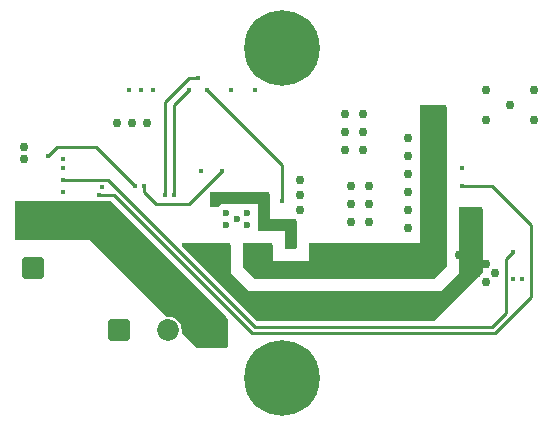
<source format=gbr>
%TF.GenerationSoftware,KiCad,Pcbnew,(7.0.0-0)*%
%TF.CreationDate,2023-08-11T18:05:37-07:00*%
%TF.ProjectId,Headlights_Driver,48656164-6c69-4676-9874-735f44726976,rev?*%
%TF.SameCoordinates,Original*%
%TF.FileFunction,Copper,L3,Inr*%
%TF.FilePolarity,Positive*%
%FSLAX46Y46*%
G04 Gerber Fmt 4.6, Leading zero omitted, Abs format (unit mm)*
G04 Created by KiCad (PCBNEW (7.0.0-0)) date 2023-08-11 18:05:37*
%MOMM*%
%LPD*%
G01*
G04 APERTURE LIST*
G04 Aperture macros list*
%AMRoundRect*
0 Rectangle with rounded corners*
0 $1 Rounding radius*
0 $2 $3 $4 $5 $6 $7 $8 $9 X,Y pos of 4 corners*
0 Add a 4 corners polygon primitive as box body*
4,1,4,$2,$3,$4,$5,$6,$7,$8,$9,$2,$3,0*
0 Add four circle primitives for the rounded corners*
1,1,$1+$1,$2,$3*
1,1,$1+$1,$4,$5*
1,1,$1+$1,$6,$7*
1,1,$1+$1,$8,$9*
0 Add four rect primitives between the rounded corners*
20,1,$1+$1,$2,$3,$4,$5,0*
20,1,$1+$1,$4,$5,$6,$7,0*
20,1,$1+$1,$6,$7,$8,$9,0*
20,1,$1+$1,$8,$9,$2,$3,0*%
G04 Aperture macros list end*
%TA.AperFunction,ComponentPad*%
%ADD10C,0.600000*%
%TD*%
%TA.AperFunction,ComponentPad*%
%ADD11C,0.800000*%
%TD*%
%TA.AperFunction,ComponentPad*%
%ADD12C,6.400000*%
%TD*%
%TA.AperFunction,ComponentPad*%
%ADD13RoundRect,0.250000X-0.675000X-0.675000X0.675000X-0.675000X0.675000X0.675000X-0.675000X0.675000X0*%
%TD*%
%TA.AperFunction,ComponentPad*%
%ADD14C,1.850000*%
%TD*%
%TA.AperFunction,ComponentPad*%
%ADD15RoundRect,0.250000X0.675000X-0.675000X0.675000X0.675000X-0.675000X0.675000X-0.675000X-0.675000X0*%
%TD*%
%TA.AperFunction,ViaPad*%
%ADD16C,0.450000*%
%TD*%
%TA.AperFunction,ViaPad*%
%ADD17C,0.762000*%
%TD*%
%TA.AperFunction,Conductor*%
%ADD18C,0.254000*%
%TD*%
G04 APERTURE END LIST*
D10*
%TO.N,GND*%
%TO.C,U3*%
X141380000Y-78458000D03*
X143100000Y-78458000D03*
X142240000Y-77978000D03*
X141380000Y-77498000D03*
X143100000Y-77498000D03*
%TD*%
D11*
%TO.N,GND*%
%TO.C,H2*%
X143650000Y-91440000D03*
X144352944Y-89742944D03*
X144352944Y-93137056D03*
X146050000Y-89040000D03*
D12*
X146050000Y-91440000D03*
D11*
X146050000Y-93840000D03*
X147747056Y-89742944D03*
X147747056Y-93137056D03*
X148450000Y-91440000D03*
%TD*%
%TO.N,GND*%
%TO.C,H1*%
X143650000Y-63500000D03*
X144352944Y-61802944D03*
X144352944Y-65197056D03*
X146050000Y-61100000D03*
D12*
X146050000Y-63500000D03*
D11*
X146050000Y-65900000D03*
X147747056Y-61802944D03*
X147747056Y-65197056D03*
X148450000Y-63500000D03*
%TD*%
D13*
%TO.N,GND*%
%TO.C,J7*%
X132266000Y-87376000D03*
D14*
%TO.N,Vdrive*%
X136466000Y-87376000D03*
%TD*%
D15*
%TO.N,GND*%
%TO.C,J4*%
X124968000Y-82110000D03*
D14*
%TO.N,VDD*%
X124968000Y-77910000D03*
%TD*%
D16*
%TO.N,GND*%
X165608000Y-83058000D03*
D17*
X162560000Y-81026000D03*
D16*
X130810000Y-75227500D03*
D17*
X134620000Y-69850000D03*
X161798000Y-80264000D03*
X124206000Y-72898000D03*
D16*
X133096000Y-67056000D03*
X135128000Y-67056000D03*
X143764000Y-67056000D03*
D17*
X147574000Y-77216000D03*
D16*
X134112000Y-67056000D03*
D17*
X124206000Y-71882000D03*
X161036000Y-81026000D03*
X162560000Y-82550000D03*
D16*
X127508000Y-72898000D03*
D17*
X161798000Y-81788000D03*
D16*
X166370000Y-83058000D03*
X141732000Y-67056000D03*
D17*
X147574000Y-75946000D03*
X163322000Y-81788000D03*
D16*
X127508000Y-73660000D03*
D17*
X133350000Y-69850000D03*
X147574000Y-74676000D03*
D16*
X139192000Y-73914000D03*
X161290000Y-73660000D03*
X127508000Y-75692000D03*
D17*
X164084000Y-82550000D03*
X163322000Y-83312000D03*
X132080000Y-69850000D03*
%TO.N,VDD*%
X140970000Y-88392000D03*
X139192000Y-88392000D03*
X140970000Y-86868000D03*
D16*
%TO.N,/SWDIO*%
X138938000Y-66040000D03*
X136144000Y-75946000D03*
%TO.N,/SWCLK*%
X136906000Y-75946000D03*
X138176000Y-67056000D03*
%TO.N,/DRVR_EN*%
X146050000Y-76454000D03*
X139700000Y-67056000D03*
D17*
%TO.N,Net-(Q2-D)*%
X156718000Y-74168000D03*
X153416000Y-78232000D03*
X151892000Y-76708000D03*
X151892000Y-75184000D03*
X156718000Y-72644000D03*
X153416000Y-75184000D03*
X156718000Y-77216000D03*
X156718000Y-71120000D03*
X156718000Y-75692000D03*
X156718000Y-78740000D03*
X153416000Y-76708000D03*
X151892000Y-78232000D03*
D16*
%TO.N,/STATUS*%
X126238000Y-72644000D03*
X133604000Y-75184000D03*
D17*
%TO.N,/LED-*%
X163322000Y-67056000D03*
X167386000Y-67056000D03*
X165354000Y-68326000D03*
X163322000Y-69596000D03*
X167386000Y-69596000D03*
%TO.N,VS*%
X152908000Y-70612000D03*
X152908000Y-69088000D03*
X151384000Y-70612000D03*
X151384000Y-69088000D03*
X151384000Y-72136000D03*
X152908000Y-72136000D03*
%TO.N,Net-(D1-K)*%
X159004000Y-68834000D03*
X143764000Y-80772000D03*
D16*
%TO.N,/LOW*%
X140970000Y-73914000D03*
X134384646Y-75184000D03*
D17*
%TO.N,Net-(D2-K)*%
X140462000Y-76454000D03*
X146812000Y-80010000D03*
D16*
%TO.N,Net-(R3-Pad2)*%
X165608000Y-80772000D03*
X127508000Y-74676000D03*
%TO.N,Net-(R15-Pad1)*%
X130556000Y-75946000D03*
X161290000Y-75184000D03*
%TD*%
D18*
%TO.N,/SWDIO*%
X138176000Y-66040000D02*
X136144000Y-68072000D01*
X136144000Y-68072000D02*
X136144000Y-75946000D01*
X138938000Y-66040000D02*
X138176000Y-66040000D01*
%TO.N,/SWCLK*%
X136906000Y-68326000D02*
X136906000Y-75946000D01*
X138176000Y-67056000D02*
X136906000Y-68326000D01*
%TO.N,/DRVR_EN*%
X139700000Y-67056000D02*
X146050000Y-73406000D01*
X146050000Y-73406000D02*
X146050000Y-76454000D01*
%TO.N,/STATUS*%
X133604000Y-75184000D02*
X130302000Y-71882000D01*
X127000000Y-71882000D02*
X126238000Y-72644000D01*
X130302000Y-71882000D02*
X127000000Y-71882000D01*
%TO.N,/LOW*%
X134384646Y-75710646D02*
X135382000Y-76708000D01*
X138176000Y-76708000D02*
X140970000Y-73914000D01*
X134384646Y-75184000D02*
X134384646Y-75710646D01*
X135382000Y-76708000D02*
X138176000Y-76708000D01*
%TO.N,Net-(R3-Pad2)*%
X165056000Y-85896000D02*
X163830000Y-87122000D01*
X163830000Y-87122000D02*
X143764000Y-87122000D01*
X131318000Y-74676000D02*
X127508000Y-74676000D01*
X143764000Y-87122000D02*
X131318000Y-74676000D01*
X165608000Y-80772000D02*
X165056000Y-81324000D01*
X165056000Y-81324000D02*
X165056000Y-85896000D01*
%TO.N,Net-(R15-Pad1)*%
X167132000Y-78486000D02*
X167132000Y-84600646D01*
X143510000Y-87630000D02*
X131826000Y-75946000D01*
X131826000Y-75946000D02*
X130556000Y-75946000D01*
X164102646Y-87630000D02*
X143510000Y-87630000D01*
X161290000Y-75184000D02*
X163830000Y-75184000D01*
X167132000Y-84600646D02*
X164102646Y-87630000D01*
X163830000Y-75184000D02*
X167132000Y-78486000D01*
%TD*%
%TA.AperFunction,Conductor*%
%TO.N,Net-(D2-K)*%
G36*
X144971000Y-75708881D02*
G01*
X145017119Y-75755000D01*
X145034000Y-75818000D01*
X145034000Y-77978000D01*
X147194000Y-77978000D01*
X147257000Y-77994881D01*
X147303119Y-78041000D01*
X147320000Y-78104000D01*
X147320000Y-80392000D01*
X147303119Y-80455000D01*
X147257000Y-80501119D01*
X147194000Y-80518000D01*
X146430000Y-80518000D01*
X146367000Y-80501119D01*
X146320881Y-80455000D01*
X146304000Y-80392000D01*
X146304000Y-79010590D01*
X146304000Y-78994000D01*
X146287410Y-78994000D01*
X144144000Y-78994000D01*
X144081000Y-78977119D01*
X144034881Y-78931000D01*
X144018000Y-78868000D01*
X144018000Y-76724590D01*
X144018000Y-76708000D01*
X144001410Y-76708000D01*
X140982410Y-76708000D01*
X140970000Y-76708000D01*
X140961227Y-76716772D01*
X140961224Y-76716775D01*
X140752905Y-76925095D01*
X140712028Y-76952409D01*
X140663810Y-76962000D01*
X140080000Y-76962000D01*
X140017000Y-76945119D01*
X139970881Y-76899000D01*
X139954000Y-76836000D01*
X139954000Y-75818000D01*
X139970881Y-75755000D01*
X140017000Y-75708881D01*
X140080000Y-75692000D01*
X144908000Y-75692000D01*
X144971000Y-75708881D01*
G37*
%TD.AperFunction*%
%TD*%
%TA.AperFunction,Conductor*%
%TO.N,Net-(D1-K)*%
G36*
X159957000Y-68342881D02*
G01*
X160003119Y-68389000D01*
X160020000Y-68452000D01*
X160020000Y-81989810D01*
X160010409Y-82038028D01*
X159983095Y-82078905D01*
X159040905Y-83021095D01*
X159000028Y-83048409D01*
X158951810Y-83058000D01*
X143816190Y-83058000D01*
X143767972Y-83048409D01*
X143727095Y-83021095D01*
X142784905Y-82078905D01*
X142757591Y-82038028D01*
X142748000Y-81989810D01*
X142748000Y-80136000D01*
X142764881Y-80073000D01*
X142811000Y-80026881D01*
X142874000Y-80010000D01*
X145162000Y-80010000D01*
X145225000Y-80026881D01*
X145271119Y-80073000D01*
X145288000Y-80136000D01*
X145288000Y-81534000D01*
X145304590Y-81534000D01*
X148319410Y-81534000D01*
X148336000Y-81534000D01*
X148336000Y-80136000D01*
X148352881Y-80073000D01*
X148399000Y-80026881D01*
X148462000Y-80010000D01*
X157717410Y-80010000D01*
X157734000Y-80010000D01*
X157734000Y-68452000D01*
X157750881Y-68389000D01*
X157797000Y-68342881D01*
X157860000Y-68326000D01*
X159894000Y-68326000D01*
X159957000Y-68342881D01*
G37*
%TD.AperFunction*%
%TD*%
%TA.AperFunction,Conductor*%
%TO.N,GND*%
G36*
X163005000Y-76978881D02*
G01*
X163051119Y-77025000D01*
X163068000Y-77088000D01*
X163068000Y-82497810D01*
X163058409Y-82546028D01*
X163031095Y-82586905D01*
X159040905Y-86577095D01*
X159000028Y-86604409D01*
X158951810Y-86614000D01*
X144070190Y-86614000D01*
X144021972Y-86604409D01*
X143981095Y-86577095D01*
X137629095Y-80225095D01*
X137598357Y-80174936D01*
X137593741Y-80116289D01*
X137616254Y-80061939D01*
X137660987Y-80023733D01*
X137718190Y-80010000D01*
X141606000Y-80010000D01*
X141669000Y-80026881D01*
X141715119Y-80073000D01*
X141732000Y-80136000D01*
X141732000Y-82550000D01*
X143256000Y-84074000D01*
X143268410Y-84074000D01*
X159499590Y-84074000D01*
X159512000Y-84074000D01*
X161036000Y-82550000D01*
X161036000Y-77088000D01*
X161052881Y-77025000D01*
X161099000Y-76978881D01*
X161162000Y-76962000D01*
X162942000Y-76962000D01*
X163005000Y-76978881D01*
G37*
%TD.AperFunction*%
%TD*%
%TA.AperFunction,Conductor*%
%TO.N,VDD*%
G36*
X131568028Y-76463591D02*
G01*
X131608905Y-76490905D01*
X141441095Y-86323095D01*
X141468409Y-86363972D01*
X141478000Y-86412190D01*
X141478000Y-88774000D01*
X141461119Y-88837000D01*
X141415000Y-88883119D01*
X141352000Y-88900000D01*
X138990190Y-88900000D01*
X138941972Y-88890409D01*
X138901095Y-88863095D01*
X137622684Y-87584684D01*
X137593267Y-87538379D01*
X137586317Y-87483965D01*
X137596322Y-87376000D01*
X137577076Y-87168304D01*
X137519994Y-86967681D01*
X137427019Y-86780962D01*
X137301318Y-86614507D01*
X137147171Y-86473984D01*
X136969828Y-86364177D01*
X136964401Y-86362074D01*
X136964394Y-86362071D01*
X136780753Y-86290929D01*
X136780752Y-86290928D01*
X136775327Y-86288827D01*
X136769608Y-86287758D01*
X136769605Y-86287757D01*
X136576019Y-86251570D01*
X136576015Y-86251569D01*
X136570293Y-86250500D01*
X136361707Y-86250500D01*
X136355981Y-86251570D01*
X136354095Y-86251745D01*
X136299680Y-86244793D01*
X136253377Y-86215377D01*
X129802775Y-79764775D01*
X129794000Y-79756000D01*
X129781590Y-79756000D01*
X123580500Y-79756000D01*
X123517500Y-79739119D01*
X123471381Y-79693000D01*
X123454500Y-79630000D01*
X123454500Y-76580000D01*
X123471381Y-76517000D01*
X123517500Y-76470881D01*
X123580500Y-76454000D01*
X131519810Y-76454000D01*
X131568028Y-76463591D01*
G37*
%TD.AperFunction*%
%TD*%
M02*

</source>
